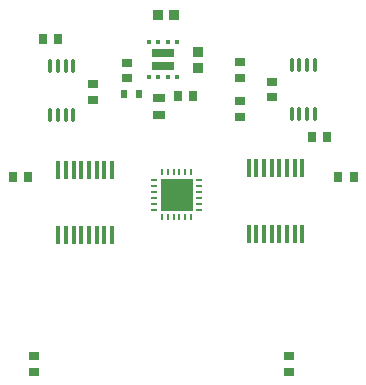
<source format=gtp>
G04 Layer_Color=7318015*
%FSLAX43Y43*%
%MOMM*%
G71*
G01*
G75*
%ADD10R,0.950X0.900*%
%ADD11R,0.900X0.950*%
%ADD12R,0.900X0.750*%
G04:AMPARAMS|DCode=14|XSize=0.58mm|YSize=0.24mm|CornerRadius=0.06mm|HoleSize=0mm|Usage=FLASHONLY|Rotation=180.000|XOffset=0mm|YOffset=0mm|HoleType=Round|Shape=RoundedRectangle|*
%AMROUNDEDRECTD14*
21,1,0.580,0.120,0,0,180.0*
21,1,0.460,0.240,0,0,180.0*
1,1,0.120,-0.230,0.060*
1,1,0.120,0.230,0.060*
1,1,0.120,0.230,-0.060*
1,1,0.120,-0.230,-0.060*
%
%ADD14ROUNDEDRECTD14*%
G04:AMPARAMS|DCode=15|XSize=0.58mm|YSize=0.24mm|CornerRadius=0.06mm|HoleSize=0mm|Usage=FLASHONLY|Rotation=90.000|XOffset=0mm|YOffset=0mm|HoleType=Round|Shape=RoundedRectangle|*
%AMROUNDEDRECTD15*
21,1,0.580,0.120,0,0,90.0*
21,1,0.460,0.240,0,0,90.0*
1,1,0.120,0.060,0.230*
1,1,0.120,0.060,-0.230*
1,1,0.120,-0.060,-0.230*
1,1,0.120,-0.060,0.230*
%
%ADD15ROUNDEDRECTD15*%
%ADD16R,2.700X2.700*%
%ADD17R,0.600X0.800*%
%ADD18R,1.000X0.800*%
%ADD19R,0.700X0.900*%
%ADD20R,1.900X0.800*%
%ADD21R,0.400X0.450*%
%ADD22O,0.350X1.350*%
%ADD23R,0.900X0.700*%
%ADD24R,0.300X1.650*%
%ADD45R,1.000X1.000*%
%ADD46R,0.000X0.000*%
D10*
X64389Y75627D02*
D03*
Y77027D02*
D03*
D11*
X61022Y80137D02*
D03*
X62422D02*
D03*
D12*
X58420Y74813D02*
D03*
Y76063D02*
D03*
D14*
X64523Y63647D02*
D03*
Y64147D02*
D03*
Y64647D02*
D03*
Y66147D02*
D03*
Y65647D02*
D03*
Y65147D02*
D03*
X60698Y65647D02*
D03*
X60699Y66147D02*
D03*
X60698Y65147D02*
D03*
Y64647D02*
D03*
Y64147D02*
D03*
Y63647D02*
D03*
D15*
X61361Y62985D02*
D03*
Y66810D02*
D03*
X61861D02*
D03*
X62361D02*
D03*
X62861D02*
D03*
X63361D02*
D03*
X63861D02*
D03*
Y62985D02*
D03*
X63361D02*
D03*
X62861D02*
D03*
X61861D02*
D03*
X62361D02*
D03*
D16*
X62611Y64897D02*
D03*
D17*
X58151Y73406D02*
D03*
X59451D02*
D03*
D18*
X61087Y73140D02*
D03*
Y71640D02*
D03*
D19*
X64023Y73279D02*
D03*
X62723D02*
D03*
X51293Y78105D02*
D03*
X52593D02*
D03*
X76312Y66421D02*
D03*
X77612D02*
D03*
X48753D02*
D03*
X50053D02*
D03*
X75382Y69766D02*
D03*
X74082D02*
D03*
D20*
X61468Y75777D02*
D03*
Y76877D02*
D03*
D21*
X60268Y74852D02*
D03*
X61068D02*
D03*
X61868D02*
D03*
X62668D02*
D03*
Y77802D02*
D03*
X61868D02*
D03*
X61068D02*
D03*
X60268D02*
D03*
D22*
X53878Y75819D02*
D03*
X53228D02*
D03*
X52578D02*
D03*
X51928D02*
D03*
X53878Y71669D02*
D03*
X53228D02*
D03*
X52578D02*
D03*
X51928D02*
D03*
X72360Y71755D02*
D03*
X73010D02*
D03*
X73660D02*
D03*
X74310D02*
D03*
X72360Y75905D02*
D03*
X73010D02*
D03*
X73660D02*
D03*
X74310D02*
D03*
D23*
X55570Y74267D02*
D03*
Y72967D02*
D03*
X50546Y49929D02*
D03*
Y51229D02*
D03*
X72136Y49929D02*
D03*
Y51229D02*
D03*
X68001Y74831D02*
D03*
Y76131D02*
D03*
Y71529D02*
D03*
Y72829D02*
D03*
X70668Y73180D02*
D03*
Y74480D02*
D03*
D24*
X68718Y61614D02*
D03*
X69368D02*
D03*
X70018D02*
D03*
X70668D02*
D03*
X71318D02*
D03*
X71968D02*
D03*
X72618D02*
D03*
X73268D02*
D03*
X68718Y67164D02*
D03*
X69368D02*
D03*
X70018D02*
D03*
X70668D02*
D03*
X71318D02*
D03*
X71968D02*
D03*
X72618D02*
D03*
X73268D02*
D03*
X52589Y61487D02*
D03*
X53239D02*
D03*
X53889D02*
D03*
X54539D02*
D03*
X55189D02*
D03*
X55839D02*
D03*
X56489D02*
D03*
X57139D02*
D03*
X52589Y67037D02*
D03*
X53239D02*
D03*
X53889D02*
D03*
X54539D02*
D03*
X55189D02*
D03*
X55839D02*
D03*
X56489D02*
D03*
X57139D02*
D03*
D45*
X63261Y64247D02*
D03*
X61961D02*
D03*
Y65547D02*
D03*
X63261D02*
D03*
D46*
X62611Y64897D02*
D03*
M02*

</source>
